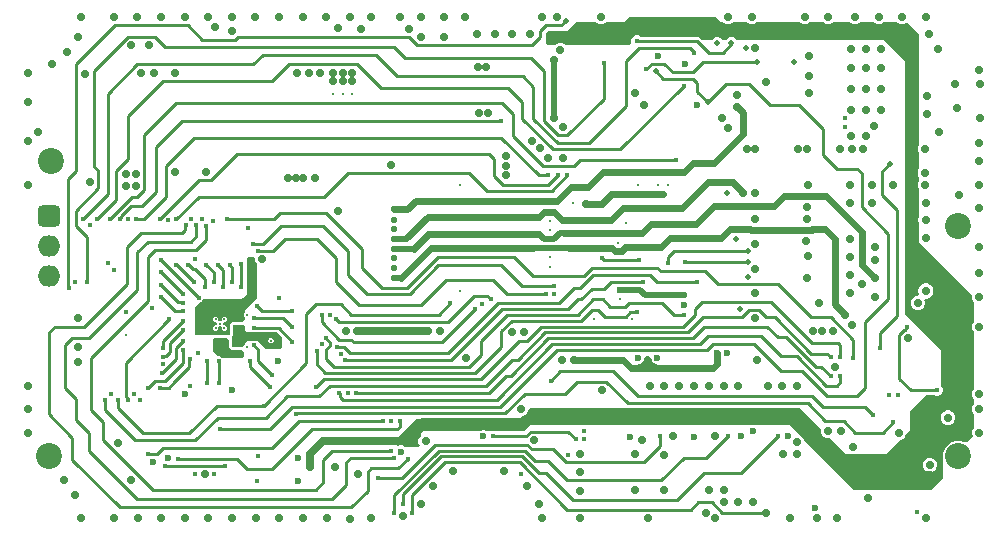
<source format=gbr>
%TF.GenerationSoftware,Altium Limited,Altium Designer,22.6.1 (34)*%
G04 Layer_Physical_Order=3*
G04 Layer_Color=3326705*
%FSLAX45Y45*%
%MOMM*%
%TF.SameCoordinates,07F994AE-BB1C-4BEA-A643-928B9DFDCC76*%
%TF.FilePolarity,Positive*%
%TF.FileFunction,Copper,L3,Inr,Signal*%
%TF.Part,Single*%
G01*
G75*
%TA.AperFunction,Conductor*%
%ADD15C,0.40000*%
%ADD16C,0.70000*%
%ADD17C,0.60000*%
%ADD18C,0.45000*%
%ADD19C,0.25000*%
%ADD20C,0.50000*%
%ADD69C,0.55000*%
%TA.AperFunction,ComponentPad*%
%ADD72O,1.90000X1.80000*%
G04:AMPARAMS|DCode=73|XSize=1.8mm|YSize=1.9mm|CornerRadius=0.36mm|HoleSize=0mm|Usage=FLASHONLY|Rotation=270.000|XOffset=0mm|YOffset=0mm|HoleType=Round|Shape=RoundedRectangle|*
%AMROUNDEDRECTD73*
21,1,1.80000,1.18000,0,0,270.0*
21,1,1.08000,1.90000,0,0,270.0*
1,1,0.72000,-0.59000,-0.54000*
1,1,0.72000,-0.59000,0.54000*
1,1,0.72000,0.59000,0.54000*
1,1,0.72000,0.59000,-0.54000*
%
%ADD73ROUNDEDRECTD73*%
%TA.AperFunction,WasherPad*%
%ADD74C,2.20000*%
%TA.AperFunction,ViaPad*%
%ADD75C,0.60000*%
%ADD76C,0.70000*%
%ADD78C,0.45000*%
%ADD79C,0.50000*%
%ADD80C,0.56000*%
%ADD81C,0.25000*%
%ADD83C,0.20000*%
%ADD84C,0.30000*%
%ADD87C,0.22000*%
G36*
X5940000Y4280000D02*
X5960147D01*
X5966013Y4274134D01*
X5988065Y4265000D01*
X6011935D01*
X6033987Y4274134D01*
X6039853Y4280000D01*
X6160147D01*
X6166013Y4274134D01*
X6188065Y4265000D01*
X6211935D01*
X6233987Y4274134D01*
X6239853Y4280000D01*
X6610147D01*
X6616013Y4274134D01*
X6638065Y4265000D01*
X6661935D01*
X6683987Y4274134D01*
X6689853Y4280000D01*
X6810147D01*
X6816013Y4274134D01*
X6838065Y4265000D01*
X6861935D01*
X6883987Y4274134D01*
X6889853Y4280000D01*
X7035147D01*
X7041013Y4274134D01*
X7063065Y4265000D01*
X7086935D01*
X7108987Y4274134D01*
X7114853Y4280000D01*
X7235147D01*
X7241013Y4274134D01*
X7263065Y4265000D01*
X7286935D01*
X7308987Y4274134D01*
X7314853Y4280000D01*
X7435147D01*
X7441013Y4274134D01*
X7463065Y4265000D01*
X7486935D01*
X7508987Y4274134D01*
X7514853Y4280000D01*
X7520000D01*
X7620000Y4180000D01*
Y3234853D01*
X7619134Y3233987D01*
X7610000Y3211935D01*
Y3188065D01*
X7619134Y3166013D01*
X7620000Y3165147D01*
Y3041924D01*
X7617987Y3039911D01*
X7609430Y3025089D01*
X7605000Y3008557D01*
Y2991442D01*
X7609430Y2974911D01*
X7617987Y2960089D01*
X7620000Y2958076D01*
Y2934853D01*
X7619134Y2933987D01*
X7610000Y2911934D01*
Y2888065D01*
X7619134Y2866013D01*
X7620000Y2865147D01*
Y2774007D01*
X7615000Y2761935D01*
Y2738065D01*
X7620000Y2725993D01*
Y2634738D01*
X7614429Y2625089D01*
X7610000Y2608558D01*
Y2591443D01*
X7614429Y2574911D01*
X7620000Y2565262D01*
Y2474007D01*
X7615000Y2461935D01*
Y2438065D01*
X7620000Y2425993D01*
Y2420000D01*
X8068827Y1971173D01*
X8065000Y1961935D01*
Y1938065D01*
X8074134Y1916013D01*
X8080000Y1910147D01*
Y1739853D01*
X8074134Y1733987D01*
X8065000Y1711935D01*
Y1688065D01*
X8074134Y1666013D01*
X8080000Y1660147D01*
Y1164853D01*
X8074134Y1158987D01*
X8065000Y1136935D01*
Y1113065D01*
X8074134Y1091013D01*
X8080000Y1085147D01*
Y1039853D01*
X8074134Y1033987D01*
X8065000Y1011935D01*
Y988065D01*
X8074134Y966013D01*
X8080000Y960147D01*
Y839853D01*
X8074134Y833987D01*
X8065000Y811935D01*
Y788065D01*
X8071756Y771756D01*
X8019999Y720000D01*
X8002146D01*
X8000175Y721138D01*
X7967112Y729997D01*
X7932882D01*
X7899819Y721138D01*
X7870175Y704023D01*
X7845971Y679819D01*
X7828856Y650175D01*
X7819997Y617112D01*
Y582882D01*
X7820000Y582870D01*
X7820000Y420000D01*
X7720000Y320000D01*
X7067500D01*
X6645332Y742167D01*
X6638365Y758987D01*
X6621487Y775866D01*
X6604667Y782833D01*
X6525000Y862500D01*
X6235511D01*
X6223440Y867500D01*
X6201560D01*
X6189489Y862500D01*
X4801519D01*
X4789448Y867500D01*
X4770552D01*
X4758481Y862500D01*
X4322500D01*
X4280000Y819999D01*
X3953012D01*
X3940940Y825000D01*
X3919060D01*
X3906988Y819999D01*
X3420000Y820000D01*
X3400000Y800000D01*
Y774853D01*
X3389134Y763987D01*
X3380000Y741935D01*
Y718065D01*
X3389134Y696013D01*
X3392574Y692573D01*
X3380000Y680000D01*
X3267781D01*
X3261155Y686627D01*
X3240940Y695000D01*
X3219060D01*
X3209118Y690882D01*
X3200000Y700000D01*
Y760000D01*
X3360000Y920000D01*
X4240000D01*
X4260000Y940000D01*
X4261935D01*
X4283987Y949134D01*
X4300865Y966013D01*
X4310000Y988065D01*
Y990000D01*
X4332500Y1012500D01*
X6607500D01*
X6790000Y830000D01*
Y808065D01*
X6799134Y786013D01*
X6816013Y769134D01*
X6838065Y760000D01*
X6860000D01*
X7000000Y620000D01*
X7340000D01*
X7460000Y740000D01*
X7461935D01*
X7483987Y749134D01*
X7500866Y766013D01*
X7510000Y788065D01*
Y790000D01*
X7540000Y820000D01*
X7540000Y980000D01*
X7680000Y1120000D01*
X7742825D01*
X7743093Y1119732D01*
X7760552Y1112500D01*
X7779448D01*
X7796906Y1119732D01*
X7810268Y1133093D01*
X7817500Y1150552D01*
Y1169448D01*
X7810268Y1186906D01*
X7800000Y1197175D01*
Y1500000D01*
X7495000Y1805000D01*
X7495000Y3950000D01*
X7320000Y4125000D01*
X6073764Y4125000D01*
X6072388Y4128323D01*
X6058323Y4142388D01*
X6039946Y4150000D01*
X6020054D01*
X6001677Y4142388D01*
X5987612Y4128323D01*
X5986235Y4125000D01*
X5953765D01*
X5952388Y4128323D01*
X5938323Y4142388D01*
X5919946Y4150000D01*
X5900054D01*
X5881677Y4142388D01*
X5867612Y4128323D01*
X5866236Y4125000D01*
X5781862D01*
X5763431Y4143431D01*
X5752681Y4150614D01*
X5740000Y4153136D01*
X5264038D01*
X5256906Y4160268D01*
X5239448Y4167500D01*
X5220552D01*
X5203093Y4160268D01*
X5189732Y4146906D01*
X5182500Y4129448D01*
Y4110552D01*
X5184858Y4104858D01*
X5160000Y4080000D01*
X4624853D01*
X4613987Y4090866D01*
X4591935Y4100000D01*
X4568065D01*
X4546013Y4090866D01*
X4535147Y4080000D01*
X4480000D01*
X4460000Y4100000D01*
Y4180000D01*
X4480000Y4200000D01*
X4640000D01*
X4720000Y4280000D01*
X4885147D01*
X4891013Y4274134D01*
X4913065Y4265000D01*
X4936935D01*
X4958987Y4274134D01*
X4964853Y4280000D01*
X5120000D01*
X5160000Y4320000D01*
X5900000D01*
X5940000Y4280000D01*
D02*
G37*
G36*
X1990006Y2290000D02*
X2000000Y2280940D01*
Y2259060D01*
X2008373Y2238845D01*
X2012500Y2234719D01*
Y1937501D01*
X1912499Y1837500D01*
Y1819176D01*
X1912254Y1819075D01*
X1905925Y1812745D01*
X1902499Y1804476D01*
Y1795525D01*
X1905925Y1787255D01*
X1912254Y1780926D01*
X1912499Y1780824D01*
Y1762500D01*
X1887499Y1737500D01*
X1799999D01*
X1787499Y1725000D01*
Y1637500D01*
X1774999Y1625000D01*
X1500000D01*
X1487499Y1637500D01*
Y1862500D01*
X1530464Y1905465D01*
X1540275Y1909529D01*
X1550121Y1919374D01*
X1554185Y1929186D01*
X1562499Y1937500D01*
X1887499D01*
X1924999Y1975000D01*
Y2274999D01*
X1940000Y2290000D01*
X1990006Y2290000D01*
D02*
G37*
G36*
X1912499Y1700000D02*
Y1662500D01*
X1924999Y1650000D01*
X2183138D01*
X2225000Y1608138D01*
Y1525000D01*
X2212500Y1512500D01*
X2087500D01*
X2025000Y1575000D01*
X1996014D01*
X1990461Y1577300D01*
X1976538D01*
X1970985Y1575000D01*
X1924999D01*
X1912499Y1562500D01*
Y1550000D01*
X1887499Y1525000D01*
X1812500D01*
X1799999Y1537500D01*
Y1621162D01*
X1801919Y1623081D01*
X1806339Y1629697D01*
X1807891Y1637500D01*
Y1707892D01*
X1812499Y1712500D01*
X1900000D01*
X1912499Y1700000D01*
D02*
G37*
G36*
X1774999Y1587500D02*
Y1525000D01*
X1799999Y1500000D01*
X1887500D01*
X1900000Y1487500D01*
Y1450000D01*
X1887499Y1437500D01*
X1711997D01*
X1707325Y1442172D01*
X1694461Y1447500D01*
X1680537D01*
X1678389Y1446610D01*
X1637499Y1487500D01*
Y1587500D01*
X1649999Y1600000D01*
X1762499D01*
X1774999Y1587500D01*
D02*
G37*
%LPC*%
G36*
X7683557Y2065000D02*
X7666442D01*
X7649910Y2060570D01*
X7635089Y2052013D01*
X7622987Y2039911D01*
X7614429Y2025089D01*
X7610000Y2008558D01*
Y1991443D01*
X7614429Y1974911D01*
X7615706Y1972700D01*
X7608373Y1960000D01*
X7595565D01*
X7573513Y1950866D01*
X7556634Y1933987D01*
X7547500Y1911935D01*
Y1888065D01*
X7556634Y1866013D01*
X7573513Y1849134D01*
X7595565Y1840000D01*
X7619435D01*
X7641487Y1849134D01*
X7658365Y1866013D01*
X7667500Y1888065D01*
Y1911935D01*
X7663011Y1922772D01*
X7663742Y1925378D01*
X7671692Y1935000D01*
X7683557D01*
X7700088Y1939430D01*
X7714910Y1947987D01*
X7727012Y1960090D01*
X7735569Y1974911D01*
X7739999Y1991443D01*
Y2008558D01*
X7735569Y2025089D01*
X7727012Y2039911D01*
X7714910Y2052013D01*
X7700088Y2060570D01*
X7683557Y2065000D01*
D02*
G37*
G36*
X7871935Y990000D02*
X7848065D01*
X7826013Y980865D01*
X7809134Y963987D01*
X7800000Y941935D01*
Y918065D01*
X7809134Y896013D01*
X7826013Y879134D01*
X7848065Y870000D01*
X7871935D01*
X7893987Y879134D01*
X7910866Y896013D01*
X7920000Y918065D01*
Y941935D01*
X7910866Y963987D01*
X7893987Y980865D01*
X7871935Y990000D01*
D02*
G37*
G36*
X7721935Y590000D02*
X7698065D01*
X7676013Y580865D01*
X7659135Y563987D01*
X7650000Y541935D01*
Y518065D01*
X7659135Y496013D01*
X7676013Y479134D01*
X7698065Y470000D01*
X7721935D01*
X7743987Y479134D01*
X7760866Y496013D01*
X7770000Y518065D01*
Y541935D01*
X7760866Y563987D01*
X7743987Y580865D01*
X7721935Y590000D01*
D02*
G37*
G36*
X1741975Y1785000D02*
X1733024D01*
X1724754Y1781575D01*
X1718425Y1775245D01*
X1714999Y1766976D01*
Y1758025D01*
X1715568Y1756652D01*
X1705848Y1746931D01*
X1704475Y1747500D01*
X1695524D01*
X1694151Y1746931D01*
X1684431Y1756652D01*
X1684999Y1758025D01*
Y1766976D01*
X1681574Y1775245D01*
X1675245Y1781575D01*
X1666975Y1785000D01*
X1658024D01*
X1649754Y1781575D01*
X1643425Y1775245D01*
X1639999Y1766976D01*
Y1758025D01*
X1643425Y1749755D01*
X1649754Y1743426D01*
X1658024Y1740000D01*
X1666975D01*
X1668348Y1740569D01*
X1678068Y1730848D01*
X1677499Y1729476D01*
Y1720525D01*
X1678068Y1719152D01*
X1668348Y1709431D01*
X1666975Y1710000D01*
X1658024D01*
X1649754Y1706575D01*
X1643425Y1700245D01*
X1639999Y1691976D01*
Y1683025D01*
X1643425Y1674755D01*
X1649754Y1668425D01*
X1658024Y1665000D01*
X1666975D01*
X1675245Y1668425D01*
X1681574Y1674755D01*
X1684999Y1683025D01*
Y1691976D01*
X1684431Y1693348D01*
X1693442Y1702359D01*
X1706557D01*
X1715568Y1693348D01*
X1714999Y1691976D01*
Y1683025D01*
X1718425Y1674755D01*
X1724754Y1668425D01*
X1733024Y1665000D01*
X1741975D01*
X1750245Y1668425D01*
X1756574Y1674755D01*
X1760000Y1683025D01*
Y1691976D01*
X1756574Y1700245D01*
X1750245Y1706575D01*
X1741975Y1710000D01*
X1733024D01*
X1731651Y1709431D01*
X1721931Y1719152D01*
X1722499Y1720525D01*
Y1729476D01*
X1721931Y1730848D01*
X1731651Y1740569D01*
X1733024Y1740000D01*
X1741975D01*
X1750245Y1743426D01*
X1756574Y1749755D01*
X1760000Y1758025D01*
Y1766976D01*
X1756574Y1775245D01*
X1750245Y1781575D01*
X1741975Y1785000D01*
D02*
G37*
G36*
X2134476Y1602500D02*
X2125525D01*
X2117255Y1599075D01*
X2110925Y1592745D01*
X2107500Y1584475D01*
Y1575524D01*
X2110925Y1567255D01*
X2117255Y1560925D01*
X2125525Y1557500D01*
X2134476D01*
X2142745Y1560925D01*
X2149075Y1567255D01*
X2152500Y1575524D01*
Y1584475D01*
X2149075Y1592745D01*
X2142745Y1599075D01*
X2134476Y1602500D01*
D02*
G37*
%LPD*%
D15*
X1753399Y1470000D02*
X1793399D01*
X1874749Y1475457D02*
X1875706Y1476413D01*
X1798856Y1475457D02*
X1874749D01*
X1793399Y1470000D02*
X1798856Y1475457D01*
X1675956Y1547443D02*
Y1579044D01*
Y1547443D02*
X1753399Y1470000D01*
X1674999Y1580000D02*
X1675956Y1579044D01*
D16*
X2860000Y1660000D02*
X3460000D01*
X2465000Y515000D02*
Y625000D01*
X3255000Y730000D02*
X3340000D01*
X2570000D02*
X3255000D01*
X2465000Y625000D02*
X2570000Y730000D01*
X4290000Y890000D02*
X4337500Y937500D01*
X6572500D01*
X3420000Y890000D02*
X4290000D01*
X7070000Y440000D02*
X7620000D01*
X6572500Y937500D02*
X7070000Y440000D01*
X7375000Y4220000D02*
X7545000Y4050000D01*
X5332706Y4220000D02*
X7375000D01*
X5180000Y4280000D02*
X5272706D01*
X5332706Y4220000D01*
X7860000Y1030000D02*
X7938995D01*
X7730000D02*
X7860000D01*
X3340000Y810000D02*
X3420000Y890000D01*
X7620000Y440000D02*
Y920000D01*
Y440000D02*
X7710000D01*
X7938995Y1030000D02*
X7980000Y1071005D01*
Y1900000D01*
X7620000Y920000D02*
X7730000Y1030000D01*
X7545000Y2335000D02*
X7980000Y1900000D01*
X7545000Y2335000D02*
Y4050000D01*
X5050000Y4150000D02*
X5180000Y4280000D01*
X4530000Y4150000D02*
X5050000D01*
X3340000Y730000D02*
Y810000D01*
D17*
X5321670Y1413742D02*
G03*
X5320000Y1420000I-58723J-12315D01*
G01*
X5321670Y1413742D02*
G03*
X5400000Y1350000I78331J16258D01*
G01*
X5240000D02*
G03*
X5308598Y1388838I0J80000D01*
G01*
Y1388838D02*
G03*
X5319992Y1419894I-48448J35394D01*
G01*
X3276026Y2446875D02*
X3456651Y2627500D01*
X4403750D02*
X4444375Y2668125D01*
X3456651Y2627500D02*
X4403750D01*
X3461250Y2481250D02*
X4403750D01*
X3339375Y2359375D02*
X3461250Y2481250D01*
X3233750Y2107500D02*
X3488906Y2362656D01*
X4351718D01*
X6617978Y2517000D02*
X6620478Y2519500D01*
X6708522D01*
X6191478Y2517000D02*
X6617978D01*
X6183479Y2525000D02*
X6191478Y2517000D01*
X6708522Y2519500D02*
X6714021Y2525000D01*
X5940000Y2450000D02*
X6015000Y2525000D01*
X6714021D02*
X6820000D01*
X6015000D02*
X6183479D01*
X6820000D02*
X6907500Y2437500D01*
X5883444Y3085000D02*
X6130000Y3331556D01*
X5705000Y3085000D02*
X5883444D01*
X6130000Y3331556D02*
Y3510000D01*
X6081913Y3558087D02*
X6130000Y3510000D01*
X5831376Y2920000D02*
X6040000D01*
X5611376Y2700000D02*
X5831376Y2920000D01*
X5108202Y2700000D02*
X5611376D01*
X4593750Y2600000D02*
X5008202D01*
X5108202Y2700000D01*
X4931057Y2740000D02*
X5011057Y2820000D01*
X5450000D01*
X4940983Y3010000D02*
X5630000D01*
X4810983Y2880000D02*
X4940983Y3010000D01*
X4670000Y2880000D02*
X4810983D01*
X4800000Y2740000D02*
X4931057D01*
X5630000Y3010000D02*
X5705000Y3085000D01*
X4525625Y2668125D02*
X4593750Y2600000D01*
X4444375Y2668125D02*
X4525625D01*
X4652656Y2362656D02*
X5014813D01*
X5039970Y2337500D01*
X5132531Y2370000D02*
X5430000D01*
X5039970Y2337500D02*
X5100030D01*
X5132531Y2370000D01*
X3274375Y2446875D02*
X3276026D01*
X6631478Y2805500D02*
X6708522D01*
X6709021Y2805000D01*
X6827500D02*
X7132500Y2500000D01*
X6630978Y2805000D02*
X6631478Y2805500D01*
X6709021Y2805000D02*
X6827500D01*
X6390000Y2720000D02*
X6475000Y2805000D01*
X6630978D01*
X5510000Y2450000D02*
X5940000D01*
X6040000Y2920000D02*
X6130000Y2830000D01*
X4610000Y2490000D02*
X5270000D01*
X6995000Y1800000D02*
Y1801776D01*
X6907500Y1889276D02*
Y2437500D01*
Y1889276D02*
X6995000Y1801776D01*
X7132500Y2225000D02*
X7245000Y2112500D01*
X7132500Y2225000D02*
Y2500000D01*
X5880000Y2720000D02*
X6390000D01*
X5730000Y2570000D02*
X5880000Y2720000D01*
X5270000Y2490000D02*
X5350000Y2570000D01*
X5730000D01*
X5430000Y2370000D02*
X5510000Y2450000D01*
X4555625Y2765625D02*
X4670000Y2880000D01*
X3355625Y2765625D02*
X4555625D01*
X3282500Y2692500D02*
X3355625Y2765625D01*
X5320000Y1350000D02*
X5874853D01*
X5180000D02*
X5320000D01*
Y1420000D02*
Y1420000D01*
X5319992Y1419894D02*
X5320000Y1420000D01*
Y1350000D02*
Y1420000D01*
X5910000Y1450000D02*
Y1480000D01*
X5110000Y1420000D02*
X5180000Y1350000D01*
X4700000Y1420000D02*
X5110000D01*
X5910000Y1385147D02*
Y1450000D01*
X5874853Y1350000D02*
X5910000Y1385147D01*
X3168750Y2692500D02*
X3282500D01*
D18*
X1862499Y1614750D02*
X2068549D01*
X2091299Y1637500D01*
X2153817D01*
X2156317Y1635000D02*
X2165000D01*
X2153817Y1637500D02*
X2156317Y1635000D01*
X2197500Y1580000D02*
Y1602500D01*
X2165000Y1635000D02*
X2197500Y1602500D01*
D19*
X4628683Y550000D02*
X5287500D01*
X5425000Y687500D02*
Y775000D01*
X5287500Y550000D02*
X5425000Y687500D01*
X1450000Y2420000D02*
X1497402Y2467401D01*
Y2560735D01*
X4020000Y2973934D02*
X4093934Y2900000D01*
X3980000Y3160000D02*
X4020000Y3120000D01*
Y2973934D02*
Y3120000D01*
X1840000Y3160000D02*
X3980000D01*
X4093934Y2900000D02*
X4478683D01*
X4559341Y2980658D01*
X5135000Y1780000D02*
X5174754Y1819754D01*
X5223661D01*
X5226531Y1822624D01*
X5005000Y1865000D02*
X5125943D01*
X5160943Y1900000D02*
X5443932D01*
X5125943Y1865000D02*
X5160943Y1900000D01*
X4960000Y1780000D02*
X5135000D01*
X5915000Y2060000D02*
X6420000D01*
X5805000Y2170000D02*
X5915000Y2060000D01*
X5430000Y2170000D02*
X5805000D01*
X2342870Y962870D02*
X2353477D01*
X2355073Y964467D02*
X4115472D01*
X4281005Y1130000D01*
X2340000Y960000D02*
X2342870Y962870D01*
X2353477D02*
X2355073Y964467D01*
X3627194Y1737194D02*
X3851250Y1961250D01*
X2683502Y1760000D02*
X2706309Y1737194D01*
X2681235Y1760000D02*
X2683502D01*
X2706309Y1737194D02*
X3627194D01*
X4433505Y3057500D02*
X4692965D01*
X4745465Y3110000D02*
X5560000D01*
X4692965Y3057500D02*
X4745465Y3110000D01*
X7307500Y2812500D02*
Y3016326D01*
X7370000Y3078826D01*
X5985877Y3755000D02*
X6175000D01*
X6355000Y3575000D01*
X6605000D01*
X5828520Y3597644D02*
X5985877Y3755000D01*
X2941790Y1977500D02*
X3304460D01*
X2780000Y2139290D02*
X2941790Y1977500D01*
X3304460D02*
X3548210Y2221250D01*
X3283750Y2027500D02*
X3542500Y2286250D01*
X2900000Y2200000D02*
X3072500Y2027500D01*
X3283750D01*
X2880000Y1880000D02*
X3404375D01*
X2680000Y2080000D02*
X2880000Y1880000D01*
X3404375D02*
X3615625Y2091250D01*
X1060000Y3320000D02*
X1330000Y3590000D01*
X4090000D02*
X4180000Y3500000D01*
X1330000Y3590000D02*
X4090000D01*
X1204997Y1240000D02*
X1235000D01*
X1387499Y1392499D02*
Y1500000D01*
X1150000Y1240000D02*
X1204997D01*
X1235000D02*
X1387499Y1392499D01*
X1205000Y1305000D02*
X1324999Y1424999D01*
Y1518750D01*
X1090000Y1180000D02*
X1150000Y1240000D01*
X1218692Y1448692D02*
X1246161D01*
X1215000Y1445000D02*
X1218692Y1448692D01*
X1246161D02*
X1280000Y1482531D01*
Y1561251D01*
X1387499Y1668750D01*
X1324999Y1518750D02*
X1387499Y1581250D01*
X6700000Y1780000D02*
X6870000D01*
X7060000Y1432500D02*
Y1590000D01*
X6870000Y1780000D02*
X7060000Y1590000D01*
X7357500Y1937500D02*
Y2487500D01*
X7160000Y1740000D02*
X7357500Y1937500D01*
X7132500Y2712500D02*
X7357500Y2487500D01*
X7432500Y1792500D02*
Y2687500D01*
X7307500Y2812500D02*
X7432500Y2687500D01*
X7289341Y1649341D02*
X7432500Y1792500D01*
X7132500Y2712500D02*
Y3000000D01*
X6920000Y3037500D02*
X7095000D01*
X6807500Y3150000D02*
X6920000Y3037500D01*
X7095000D02*
X7132500Y3000000D01*
X6605000Y3575000D02*
X6807500Y3372500D01*
Y3150000D02*
Y3372500D01*
X1309981Y1229981D02*
X1439923Y1359923D01*
X1263827Y1183827D02*
X1309981Y1229981D01*
X1193827Y1183827D02*
X1263827D01*
X1439923Y1359923D02*
Y1421173D01*
X1190000Y1180000D02*
X1193827Y1183827D01*
X1439923Y1421173D02*
X1443749Y1425000D01*
X250000Y960000D02*
Y1650000D01*
Y960000D02*
X450000Y760000D01*
Y570000D02*
Y760000D01*
X6675000Y1050000D02*
X6825000Y900000D01*
X6978994D02*
X7078994Y800000D01*
X6825000Y900000D02*
X6978994D01*
X7078994Y800000D02*
X7310000D01*
X7400000Y890000D01*
X6805000Y1020000D02*
X7160000D01*
X6712500Y1112500D02*
X6805000Y1020000D01*
X7160000D02*
X7230000Y950000D01*
X7452436Y1257564D02*
Y1631440D01*
Y1257564D02*
X7550000Y1160000D01*
X7770000D01*
X7289341Y1520658D02*
Y1649341D01*
X7160000Y1180000D02*
Y1740000D01*
X5740000Y3686164D02*
X5828520Y3597644D01*
X5700000Y3800000D02*
X5740000Y3760000D01*
Y3686164D02*
Y3760000D01*
X5450000Y3800000D02*
X5700000D01*
X5705000Y3855000D02*
X5790000Y3940000D01*
X5530962Y3855000D02*
X5705000D01*
X5790000Y3940000D02*
X6250000D01*
X5460962Y3925000D02*
X5530962Y3855000D01*
X5355000Y3925000D02*
X5460962D01*
X5140000Y3570000D02*
Y3950000D01*
X4820000Y3250000D02*
X5140000Y3570000D01*
X4720711Y3250000D02*
X4820000D01*
X6420000Y2060000D02*
X6700000Y1780000D01*
X6947270Y1227270D02*
Y1277270D01*
X6920000Y1200000D02*
X6947270Y1227270D01*
X6833211Y1200000D02*
X6920000D01*
X6583211Y1450000D02*
X6833211Y1200000D01*
X6790000Y1360000D02*
X6870000Y1280000D01*
X6743921Y1360000D02*
X6790000D01*
X6493921Y1610000D02*
X6743921Y1360000D01*
X6840000Y1470000D02*
X6870000Y1440000D01*
X6394631Y1780000D02*
X6704631Y1470000D01*
X6840000D01*
X6950000Y1440000D02*
Y1542426D01*
X6361450Y1908550D02*
X6710000Y1560000D01*
X6932426D01*
X6950000Y1542426D01*
X6840000Y1110000D02*
X7090000D01*
X6450000Y1320000D02*
X6630000D01*
X6840000Y1110000D01*
X6450000Y1450000D02*
X6583211D01*
X6280000Y1620000D02*
X6450000Y1450000D01*
X6420000Y1610000D02*
X6493921D01*
X6330000Y1700000D02*
X6420000Y1610000D01*
X5830000Y1620000D02*
X6280000D01*
X5800000Y1700000D02*
X6330000D01*
X6320000Y1780000D02*
X6394631D01*
X6260000Y1840000D02*
X6320000Y1780000D01*
X5778550Y1908550D02*
X6361450D01*
X6220000Y1550000D02*
X6450000Y1320000D01*
X5870000Y1550000D02*
X6220000D01*
X5760000Y1550000D02*
X5830000Y1620000D01*
X5700000Y1600000D02*
X5800000Y1700000D01*
X6120000Y1780000D02*
X6180000Y1840000D01*
X5790000Y1780000D02*
X6120000D01*
X5660000Y1650000D02*
X5790000Y1780000D01*
X5820001Y1500001D02*
X5870000Y1550000D01*
X4580000Y1320000D02*
X5030000D01*
X5237500Y1112500D01*
X6712500D01*
X5150000Y1050000D02*
X6675000D01*
X4970000Y1230000D02*
X5150000Y1050000D01*
X4720000Y1230000D02*
X4970000D01*
X2090000Y930000D02*
X2270000Y1110000D01*
X2540000D01*
X1680000Y930000D02*
X2090000D01*
X2070000Y1030000D02*
X2430000Y1390000D01*
Y1810000D01*
X1670000Y1030000D02*
X2070000D01*
X1490000Y740000D02*
X1680000Y930000D01*
X2120000Y830000D02*
X2310000Y1020000D01*
X1700000Y830000D02*
X2120000D01*
X980000Y740000D02*
X1490000D01*
X1440000Y800000D02*
X1670000Y1030000D01*
X1050000Y800000D02*
X1440000D01*
X840000Y1010000D02*
X1050000Y800000D01*
X730000Y990000D02*
X980000Y740000D01*
X2140000Y670000D02*
X2372500Y902500D01*
X3080000D01*
X1220000Y670000D02*
X2140000D01*
Y490000D02*
X2480000Y830000D01*
X3200000D01*
X1930000Y490000D02*
X2140000D01*
X1170000Y620000D02*
X1220000Y670000D01*
X1842500Y577500D02*
X1930000Y490000D01*
X1340000Y577500D02*
X1842500D01*
X1230000Y520000D02*
X1740000D01*
X1740000Y520000D01*
X1230000D02*
X1230000Y520000D01*
X1090000Y620000D02*
X1170000D01*
X390000Y1180000D02*
Y1540000D01*
X480000Y910000D02*
Y1090000D01*
X390000Y1180000D02*
X480000Y1090000D01*
X590000Y650000D02*
Y800000D01*
X480000Y910000D02*
X590000Y800000D01*
Y650000D02*
X1000000Y240000D01*
X610000Y990000D02*
Y1435000D01*
X710000Y740000D02*
Y890000D01*
X610000Y990000D02*
X710000Y890000D01*
X610000Y1435000D02*
X1090000Y1915000D01*
X710000Y740000D02*
X1130000Y320000D01*
X730000Y990000D02*
Y1080000D01*
X840000Y1010000D02*
Y1080000D01*
X4078750Y2221250D02*
X4257500Y2042500D01*
X4525625D01*
X3548210Y2221250D02*
X4078750D01*
X4750710Y2030000D02*
X4860710Y2140000D01*
X4570000Y1900000D02*
X4700000Y2030000D01*
X4750710D01*
X4650000Y1850000D02*
X4730000Y1930000D01*
X4760000D01*
X4850000Y2020000D01*
X4090000Y1850000D02*
X4650000D01*
X4850000Y2020000D02*
X4950000D01*
X4860710Y2140000D02*
X5340000D01*
X4050000Y1900000D02*
X4570000D01*
X4730000Y1800000D02*
X4860000Y1930000D01*
X4940000D02*
X5005000Y1865000D01*
X4860000Y1930000D02*
X4940000D01*
X5010000Y2080000D02*
X5280000D01*
X4950000Y2020000D02*
X5010000Y2080000D01*
X4900000Y1840000D02*
X4960000Y1780000D01*
X4850000Y1840000D02*
X4900000D01*
X5720000Y1850000D02*
X5778550Y1908550D01*
X5720000Y1800000D02*
Y1850000D01*
X5620000Y1700000D02*
X5720000Y1800000D01*
X4418995Y1700000D02*
X5620000D01*
X4450000Y1650000D02*
X5660000D01*
X4480000Y1600000D02*
X5700000D01*
X4510000Y1550000D02*
X5760000D01*
X4550001Y1500001D02*
X5820001D01*
X4620000Y1130000D02*
X4720000Y1230000D01*
X4281005Y1130000D02*
X4620000D01*
X4500000Y1240000D02*
X4580000Y1320000D01*
X3860000Y1310000D02*
X4080000Y1530000D01*
X2590000Y1310000D02*
X3860000D01*
X4080000Y1530000D02*
Y1660000D01*
X3910000Y1260000D02*
X4230000Y1580000D01*
X2580000Y1260000D02*
X3910000D01*
X4230000Y1580000D02*
X4298995D01*
X2630000Y1200000D02*
X3950000D01*
X4170000Y1420000D01*
X4220000D01*
X3980000Y1140000D02*
X4120000Y1280000D01*
X2850000Y1140000D02*
X3980000D01*
X4120000Y1280000D02*
X4160000D01*
X4220000Y1420000D02*
X4450000Y1650000D01*
X4160000Y1280000D02*
X4480000Y1600000D01*
X2800000Y1480000D02*
X3630000D01*
X4050000Y1900000D01*
X3910000Y1580000D02*
X4130000Y1800000D01*
X3808995Y1360000D02*
X3910000Y1461005D01*
Y1580000D01*
X4080000Y1660000D02*
X4170000Y1750000D01*
X4042500Y1082500D02*
X4510000Y1550000D01*
X2738107Y1082500D02*
X4042500D01*
X4298995Y1580000D02*
X4418995Y1700000D01*
X4070000Y1020000D02*
X4550001Y1500001D01*
X2310000Y1020000D02*
X4070000D01*
X1000000Y240000D02*
X2650000D01*
X2770000Y360000D02*
Y550000D01*
X2650000Y240000D02*
X2770000Y360000D01*
Y550000D02*
X2805199Y585199D01*
X2980000Y500000D02*
X3210000D01*
X2950000Y470000D02*
X2980000Y500000D01*
X3210000D02*
X3290000Y580000D01*
X2810000Y170000D02*
X2950000Y310000D01*
Y470000D01*
X850001Y170000D02*
X2810000D01*
X2570000Y380000D02*
Y570000D01*
X2650000Y650000D01*
X2510000Y320000D02*
X2570000Y380000D01*
X450000Y570000D02*
X850001Y170000D01*
X1130000Y320000D02*
X2510000D01*
X390000Y1540000D02*
X450000Y1600000D01*
X250000Y1650000D02*
X300000Y1700000D01*
X450000Y1600000D02*
X590000D01*
X300000Y1700000D02*
X550000D01*
X590000Y1600000D02*
X1000000Y2010000D01*
Y2330000D01*
X1090000Y2420000D02*
X1450000D01*
X1000000Y2330000D02*
X1090000Y2420000D01*
X910000Y2060000D02*
Y2370000D01*
X550000Y1700000D02*
X910000Y2060000D01*
Y2370000D02*
X1030000Y2490000D01*
X1380000D01*
X1407130Y2517130D01*
X1150000Y2350000D02*
X1500000D01*
X1580000Y2430000D01*
X1090000Y2290000D02*
X1150000Y2350000D01*
X1090000Y1915000D02*
Y2290000D01*
X2540000Y1110000D02*
X2630000Y1200000D01*
X2600000Y1421715D02*
X2661715Y1360000D01*
X3808995D01*
X2600000Y1421715D02*
Y1508683D01*
Y1597175D02*
X2630000Y1567175D01*
Y1538683D02*
Y1567175D01*
X2600000Y1508683D02*
X2630000Y1538683D01*
X3550000Y1800000D02*
X3650000Y1900000D01*
X2810000Y1800000D02*
X3550000D01*
X2720000Y1890000D02*
X2810000Y1800000D01*
X3615625Y2091250D02*
X4013750D01*
X4127500Y1977500D01*
X3542500Y2286250D02*
X4192500D01*
X4346875Y2131875D01*
X2565000Y1735000D02*
Y1800101D01*
Y1735000D02*
X2710000Y1590000D01*
X2810000D01*
X2830000Y1570000D01*
X3580000D01*
X2595000Y2665000D02*
X2900000Y2360000D01*
X2155000Y2610000D02*
X2210000Y2665000D01*
X2595000D01*
X2067500Y2397500D02*
X2220000Y2550000D01*
X2570000D02*
X2780000Y2340000D01*
X2220000Y2550000D02*
X2570000D01*
X1975000Y2397500D02*
X2067500D01*
X1755000Y2610000D02*
X2155000D01*
X1407130Y2517130D02*
Y2557130D01*
X1410000Y2560000D01*
X2250000Y2440000D02*
X2520000D01*
X2020000Y2340000D02*
X2150000D01*
X2250000Y2440000D01*
X2020000Y2340000D02*
X2020000Y2340000D01*
X5090000Y3200000D02*
X5630000Y3740000D01*
X4520000Y3200000D02*
X5090000D01*
X4260000Y3460000D02*
X4520000Y3200000D01*
X4950000Y3630000D02*
Y3930000D01*
X4640000Y3320000D02*
X4950000Y3630000D01*
X4561006Y3320000D02*
X4640000D01*
X670000Y2870000D02*
Y3020000D01*
X630000Y3060000D02*
Y3860000D01*
Y3060000D02*
X670000Y3020000D01*
X480000Y3020000D02*
Y3920000D01*
X410000Y2044059D02*
Y2950000D01*
X480000Y3020000D01*
X410000Y2044059D02*
X425000Y2029059D01*
Y2025000D02*
Y2029059D01*
X482501Y2547499D02*
X575000Y2455000D01*
Y2075000D02*
Y2455000D01*
X482501Y2547499D02*
Y2682501D01*
X920000Y3120000D02*
Y3480000D01*
X820000Y3020000D02*
X920000Y3120000D01*
X820000Y2770000D02*
Y3020000D01*
X920000Y3480000D02*
X1220000Y3780000D01*
X482501Y2682501D02*
X670000Y2870000D01*
X630000Y3860000D02*
X920000Y4150000D01*
X1150000D01*
X1230000Y4070000D01*
X3170000D01*
X810000Y4250000D02*
X1430000D01*
X1550000Y4130000D01*
X480000Y3920000D02*
X810000Y4250000D01*
X1000000Y3920000D02*
X1980000D01*
X2060000Y4000000D01*
X750000Y3670000D02*
X1000000Y3920000D01*
X1550000Y4130000D02*
X1830000D01*
X1850000Y4150000D01*
X3300000D02*
X3370000Y4080000D01*
X1850000Y4150000D02*
X3300000D01*
X4262426Y3820000D02*
X4350000Y3732426D01*
X3200000Y3820000D02*
X4262426D01*
X3020000Y4000000D02*
X3200000Y3820000D01*
X2060000Y4000000D02*
X3020000D01*
X3270000Y3970000D02*
X4330000D01*
X3170000Y4070000D02*
X3270000Y3970000D01*
X2140000Y3780000D02*
X2280000Y3920000D01*
X2860000D02*
X3060000Y3720000D01*
X2280000Y3920000D02*
X2860000D01*
X3060000Y3720000D02*
X4140000D01*
X750000Y2820000D02*
Y3670000D01*
X1220000Y3780000D02*
X2140000D01*
X1160000Y3220000D02*
X1380000Y3440000D01*
X1160000Y2840000D02*
Y3220000D01*
X1380000Y3440000D02*
X4080000D01*
X1040000Y2720000D02*
X1160000Y2840000D01*
X862500Y2633817D02*
X948683Y2720000D01*
X1040000D01*
X1052870Y2612870D02*
X1240000Y2800000D01*
X992870Y2612870D02*
X1052870D01*
X1240000Y2800000D02*
Y3060000D01*
X812501Y2654527D02*
X957974Y2800000D01*
X1000000D01*
X1060000Y2860000D01*
Y3320000D01*
X1240000Y3060000D02*
X1480000Y3300000D01*
X4080000D01*
X4396182Y2983818D01*
X1620000Y2940000D02*
X1840000Y3160000D01*
X1518684Y2940000D02*
X1620000D01*
X1190000Y2611316D02*
X1518684Y2940000D01*
X1190000Y2610000D02*
Y2611316D01*
X2900000Y2200000D02*
Y2360000D01*
X2780000Y2139290D02*
Y2340000D01*
X2680000Y2080000D02*
Y2280000D01*
X2520000Y2440000D02*
X2680000Y2280000D01*
X1520000Y2800000D02*
X2580000D01*
X2780000Y3000000D02*
X3810000D01*
X2580000Y2800000D02*
X2780000Y3000000D01*
X1330000Y2610000D02*
X1520000Y2800000D01*
X3810000Y3000000D02*
X3960000Y2850000D01*
X4260000Y3460000D02*
Y3600000D01*
X4140000Y3720000D02*
X4260000Y3600000D01*
X4440000Y3441006D02*
X4561006Y3320000D01*
X4440000Y3441006D02*
Y3860000D01*
X4410000Y4150000D02*
Y4200000D01*
X3370000Y4080000D02*
X4340000D01*
X4410000Y4150000D01*
X4330000Y3970000D02*
X4440000Y3860000D01*
X4350000Y3460296D02*
Y3732426D01*
Y3460296D02*
X4560296Y3250000D01*
X4180000Y3311005D02*
X4433505Y3057500D01*
X4180000Y3311005D02*
Y3500000D01*
X4592500Y586183D02*
X4628683Y550000D01*
X5800000Y462500D02*
X6112500D01*
X6425000Y775000D01*
X5567500Y230000D02*
X5800000Y462500D01*
X4690000Y230000D02*
X5567500D01*
X4640000Y400000D02*
X5437500D01*
X5625000Y587500D02*
X5812500D01*
X5437500Y400000D02*
X5625000Y587500D01*
X5812500D02*
X6000000Y775000D01*
X5687500Y150000D02*
X5750000Y212500D01*
X4638874Y150000D02*
X5687500D01*
X5750000Y212500D02*
X5863505D01*
X5951005Y125000D01*
X4238874Y550000D02*
X4638874Y150000D01*
X4370295Y560000D02*
X4480000D01*
X4640000Y400000D01*
X4460000Y460000D02*
X4690000Y230000D01*
X4259584Y600000D02*
X4399584Y460000D01*
X4460000D01*
X4280295Y650000D02*
X4370295Y560000D01*
X4520000Y660000D02*
X4592500Y587500D01*
Y586183D02*
Y587500D01*
X4341005Y660000D02*
X4520000D01*
X4301005Y700000D02*
X4341005Y660000D01*
X7493441Y1672446D02*
X7494926D01*
X7519980Y1697500D02*
X7520000D01*
X7494926Y1672446D02*
X7519980Y1697500D01*
X7452436Y1631440D02*
X7493441Y1672446D01*
X4460000Y4250000D02*
X4589401D01*
X4410000Y4200000D02*
X4460000Y4250000D01*
X4589401D02*
X4629614Y4290213D01*
X3960000Y2850000D02*
X4510000D01*
X4640000Y2980000D01*
X5492870Y2292870D02*
X5540000Y2340000D01*
X6170000D01*
X5492870Y2242870D02*
Y2292870D01*
X5546802Y1797130D02*
X5627130D01*
X5630000Y1800000D01*
X5443932Y1900000D02*
X5546802Y1797130D01*
X5490000Y2240000D02*
X5492870Y2242870D01*
X5640000Y2250000D02*
X6170000D01*
X6947270Y1277270D02*
X6950000Y1280000D01*
X7090000Y1110000D02*
X7160000Y1180000D01*
X6180000Y1840000D02*
X6260000D01*
X4760000Y1750000D02*
X4850000Y1840000D01*
X4170000Y1750000D02*
X4760000D01*
X4130000Y1800000D02*
X4730000D01*
X4346875Y2131875D02*
X4781875D01*
X4127500Y1977500D02*
X4460625D01*
X4396182Y2983818D02*
X4476182D01*
X4478683Y2981317D01*
X5400000Y2080000D02*
X5740000D01*
X5340000Y2140000D02*
X5400000Y2080000D01*
Y2200000D02*
X5430000Y2170000D01*
X4934059Y2280000D02*
X4954059Y2260000D01*
X4930000Y2280000D02*
X4934059D01*
X4954059Y2260000D02*
X5250000D01*
X4850000Y2200000D02*
X5400000D01*
X4781875Y2131875D02*
X4850000Y2200000D01*
X4560296Y3250000D02*
X4720710D01*
X4720711Y3250000D01*
X5955412Y4020000D02*
X6030000Y4094588D01*
X5840000Y4020000D02*
X5955412D01*
X5740000Y4120000D02*
X5840000Y4020000D01*
X5230000Y4120000D02*
X5740000D01*
X5248787Y4058787D02*
X5675273D01*
X5140000Y3950000D02*
X5248787Y4058787D01*
X5675273D02*
X5710000Y4024059D01*
X5390000Y3860000D02*
X5450000Y3800000D01*
X5310000Y3880000D02*
X5355000Y3925000D01*
X6030000Y4094588D02*
Y4100000D01*
X5710000Y4020000D02*
Y4024059D01*
X2690000Y1530000D02*
X2692500Y1527500D01*
X2752500D02*
X2800000Y1480000D01*
X2692500Y1527500D02*
X2752500D01*
X2510000Y1190000D02*
X2580000Y1260000D01*
X2762500Y1417500D02*
X3657500D01*
X2760689Y1419311D02*
X2762500Y1417500D01*
X2600000Y1597175D02*
Y1601235D01*
X3657500Y1417500D02*
X4090000Y1850000D01*
X2520000Y1380000D02*
X2590000Y1310000D01*
X2520000Y1380000D02*
Y1490000D01*
X2430000Y1810000D02*
X2510000Y1890000D01*
X1983499Y1542300D02*
X2024449Y1501350D01*
Y1405551D02*
Y1501350D01*
Y1405551D02*
X2140000Y1290000D01*
X1986649Y1687200D02*
X2192800D01*
X2194997Y1685003D01*
X2310000Y1570000D01*
X2194997Y1775400D02*
X2234600D01*
X2310000Y1700000D01*
X1986649Y1775400D02*
X2194997D01*
X1200000Y2260000D02*
X1520449Y1939551D01*
Y1939200D02*
Y1939551D01*
X2194997Y1830000D02*
X2310000D01*
X2012499Y1875000D02*
X2057500Y1830000D01*
X2194997D01*
X1949999Y1360001D02*
X2080019Y1229981D01*
X2120000Y1190000D01*
X1949999Y1360001D02*
Y1412500D01*
X1588750Y1226250D02*
Y1229981D01*
Y1411250D01*
X1587499Y1412500D02*
X1588750Y1411250D01*
Y1226250D02*
X1590000Y1225000D01*
X1688750Y1229981D02*
Y1411250D01*
Y1226250D02*
Y1229981D01*
Y1226250D02*
X1690000Y1225000D01*
X1687499Y1412500D02*
X1688750Y1411250D01*
X1215000Y1577500D02*
X1387499Y1750000D01*
X1215000Y1515000D02*
Y1577500D01*
X1200000Y2160000D02*
X1202500D01*
X1204997Y2157502D01*
X1387499Y1975000D01*
X1333144Y2219981D02*
X1478125Y2075000D01*
X1328125Y2225000D02*
X1333144Y2219981D01*
X1325000Y2225000D02*
X1328125D01*
X1478125Y2075000D02*
X1481250D01*
X1491265Y2188735D02*
X1574999Y2105001D01*
X1435431Y2219981D02*
X1466677Y2188735D01*
X1430412Y2225000D02*
X1435431Y2219981D01*
X1466677Y2188735D02*
X1491265D01*
X1425000Y2225000D02*
X1430412D01*
X1204997Y2045003D02*
X1346173Y1903827D01*
X1200000Y2050000D02*
X1204997Y2045003D01*
X1346173Y1903827D02*
X1383673D01*
X1200000Y1950000D02*
X1204997Y1945003D01*
X1318750Y1831250D01*
X1387499D01*
X1383673Y1903827D02*
X1387499Y1900000D01*
X1646882Y2078118D02*
Y2158118D01*
Y2078118D02*
X1649999Y2075000D01*
X1579999Y2225000D02*
X1646882Y2158118D01*
X1779999Y2219588D02*
Y2219981D01*
Y2225000D01*
X1799999Y2075000D02*
Y2199588D01*
X1779999Y2219588D02*
X1799999Y2199588D01*
X1877500Y2219981D02*
Y2227500D01*
Y2033751D02*
Y2219981D01*
X1874999Y2031250D02*
X1877500Y2033751D01*
Y2227500D02*
X1880000Y2230000D01*
X1725000Y2031250D02*
Y2180000D01*
X1724999Y2031250D02*
X1725000Y2031250D01*
X1574999Y2031250D02*
Y2105001D01*
X4291005Y770000D02*
X4331005Y810000D01*
X4650000D01*
X4010000Y770000D02*
X4291005D01*
X4650000Y810000D02*
X4710000Y750000D01*
X3325000Y273995D02*
X3601005Y550000D01*
X4238874D01*
X3520000Y700000D02*
X4301005D01*
X3240000Y420000D02*
X3520000Y700000D01*
X3570710Y600000D02*
X4259584D01*
X3252870Y282160D02*
X3570710Y600000D01*
X2650000Y650000D02*
X3150000D01*
X2805199Y585199D02*
X3175199D01*
X2712870Y1107737D02*
X2738107Y1082500D01*
X2712870Y1107737D02*
Y1137130D01*
X540000Y2610000D02*
X750000Y2820000D01*
X660000Y2610000D02*
X820000Y2770000D01*
X812501Y2653818D02*
Y2654527D01*
X770000Y2611317D02*
X812501Y2653818D01*
X770000Y2610000D02*
Y2611317D01*
X850000Y2610000D02*
Y2614059D01*
X862500Y2626559D02*
Y2633817D01*
X850000Y2614059D02*
X862500Y2626559D01*
X990000Y2610000D02*
X992870Y2612870D01*
X900000Y1390000D02*
X1270000Y1760000D01*
X900000Y1104059D02*
Y1390000D01*
Y1104059D02*
X920000Y1084059D01*
Y1080000D02*
Y1084059D01*
X3550000Y650000D02*
X4280295D01*
X3175000Y275000D02*
X3550000Y650000D01*
X2710000Y1140000D02*
X2712870Y1137130D01*
X3958750Y1961250D02*
X3990000Y1930000D01*
X3851250Y1961250D02*
X3958750D01*
X3040000Y420000D02*
X3240000D01*
X3325000Y125000D02*
Y273995D01*
X3252870Y202870D02*
Y282160D01*
X3175000Y125000D02*
Y275000D01*
X5951005Y125000D02*
X6325000D01*
X3250000Y200000D02*
X3252870Y202870D01*
X3220000Y850000D02*
Y902500D01*
X3200000Y830000D02*
X3220000Y850000D01*
X2510000Y1890000D02*
X2720000D01*
X3580000Y1570000D02*
X3860000Y1850000D01*
X1580000Y2430000D02*
Y2550000D01*
X1679999Y2225000D02*
X1725000Y2180000D01*
D20*
X1590498Y1885499D02*
G03*
X1537499Y1832500I0J-52999D01*
G01*
X1809999Y1885000D02*
G03*
X1980000Y2055000I0J170000D01*
G01*
X4403750Y2481250D02*
X4439844Y2445156D01*
X4530156D01*
X4575000Y2490000D01*
X1970000Y2250000D02*
Y2250000D01*
Y2250000D02*
X1980000Y2240000D01*
X1590498Y1885000D02*
X1699999D01*
X1809999D01*
X1590498D02*
Y1885499D01*
X1537499Y1781250D02*
Y1832500D01*
X1536199Y1668300D02*
Y1781250D01*
X1862499Y1568750D02*
Y1614750D01*
Y1675000D01*
X1980000Y2055000D02*
Y2240000D01*
X4530000Y3470000D02*
Y3960000D01*
D69*
X3176875Y2359375D02*
X3339375D01*
X3176875Y2440625D02*
X3274375D01*
X3168750Y2107500D02*
X3233750D01*
X4351718Y2362656D02*
X4652656D01*
X4575000Y2490000D02*
X4610000D01*
X5090804Y2009196D02*
X5256059D01*
X5090000Y2010000D02*
X5090804Y2009196D01*
X5300254Y1965000D02*
X5630000D01*
X5256059Y2009196D02*
X5300254Y1965000D01*
D72*
X250000Y2385000D02*
D03*
Y2131000D02*
D03*
D73*
Y2639000D02*
D03*
D74*
X249993Y599997D02*
D03*
X7949997D02*
D03*
Y2549998D02*
D03*
X269993Y3099997D02*
D03*
D75*
X6737500Y162500D02*
D03*
X6512500Y775000D02*
D03*
X6212500Y812500D02*
D03*
X6112500Y775000D02*
D03*
X5712500Y762500D02*
D03*
X5175000D02*
D03*
X1970000Y2250000D02*
D03*
X2360000Y590000D02*
D03*
Y390000D02*
D03*
X5910000Y1480000D02*
D03*
X5240000Y1430000D02*
D03*
X5090000Y2010000D02*
D03*
X5320000Y1420000D02*
D03*
X5630000Y1965000D02*
D03*
X5410000Y3990000D02*
D03*
X5640000Y3920000D02*
D03*
X5740000Y3580000D02*
D03*
X3230000Y640000D02*
D03*
X1400000Y1125000D02*
D03*
X5450000Y2820000D02*
D03*
X3930000Y770000D02*
D03*
X1260000Y590000D02*
D03*
X1130000Y550000D02*
D03*
X2190000Y1410000D02*
D03*
X1800000Y1160000D02*
D03*
X5630000Y1880000D02*
D03*
X5400000Y1430000D02*
D03*
X5990000Y1480000D02*
D03*
D76*
X5462500Y612500D02*
D03*
X4120000Y2980000D02*
D03*
X4800000Y2740000D02*
D03*
X5950000Y3465000D02*
D03*
X6002343Y3382053D02*
D03*
X6080000Y3560000D02*
D03*
X6657500Y2425000D02*
D03*
X6230000Y2610000D02*
D03*
Y2400000D02*
D03*
X3970000Y3510000D02*
D03*
X3890000D02*
D03*
X3955000Y3900000D02*
D03*
X3885000D02*
D03*
X2700000Y4230000D02*
D03*
X2340000Y2955000D02*
D03*
X2275000D02*
D03*
X2405000D02*
D03*
X6995000Y1800000D02*
D03*
X7050000Y1710000D02*
D03*
X7245000Y2375000D02*
D03*
Y2262500D02*
D03*
X7132500Y2062500D02*
D03*
X7032500Y1987500D02*
D03*
Y2137500D02*
D03*
Y2287500D02*
D03*
Y2437500D02*
D03*
X7220000Y2900000D02*
D03*
X7232500Y3400000D02*
D03*
X7045000Y3312500D02*
D03*
X7170000D02*
D03*
X7295000Y3537500D02*
D03*
X7170000D02*
D03*
X7045000D02*
D03*
X7170000Y4050000D02*
D03*
Y3887500D02*
D03*
Y3712500D02*
D03*
X7295000D02*
D03*
Y3887500D02*
D03*
Y4050000D02*
D03*
X7045000Y3712500D02*
D03*
Y3887500D02*
D03*
Y4050000D02*
D03*
X7145000Y3200000D02*
D03*
X2860000Y1660000D02*
D03*
X2465000Y515000D02*
D03*
X3255000Y730000D02*
D03*
X6800000Y1660000D02*
D03*
X6720000D02*
D03*
X6670000Y2712500D02*
D03*
Y2612500D02*
D03*
X4410000Y3210000D02*
D03*
X4120000Y3060000D02*
D03*
X6229988Y4059992D02*
D03*
X4120000Y3140000D02*
D03*
X900000Y2887500D02*
D03*
X3150000Y3070000D02*
D03*
X4530000Y4150000D02*
D03*
X3300000Y4220000D02*
D03*
X3600000Y4150000D02*
D03*
X3400000D02*
D03*
X2890000Y4220000D02*
D03*
X560000Y3840000D02*
D03*
X1100000Y4080000D02*
D03*
X1660000Y4240000D02*
D03*
X1800000Y4200000D02*
D03*
X160000Y3350000D02*
D03*
X2820000Y3780000D02*
D03*
X2550000Y3850000D02*
D03*
X2740000D02*
D03*
X2820000D02*
D03*
X2660000D02*
D03*
X2450000D02*
D03*
X2350000D02*
D03*
X900000Y2990000D02*
D03*
X1320000Y3010000D02*
D03*
X990000Y2990000D02*
D03*
X600000Y2920000D02*
D03*
X990000Y2890000D02*
D03*
X1140000Y3850000D02*
D03*
X2500000Y2960000D02*
D03*
X4340000Y3270000D02*
D03*
X1030000Y3850000D02*
D03*
X950000Y4080000D02*
D03*
X1320000Y3850000D02*
D03*
X6910000Y1360000D02*
D03*
X5837500Y1200000D02*
D03*
X5462500D02*
D03*
X5712500D02*
D03*
X6087500D02*
D03*
X6587500D02*
D03*
X6337500D02*
D03*
X4600000Y3127500D02*
D03*
X4530000Y3470000D02*
D03*
X4600000Y3390000D02*
D03*
X4530000Y3960000D02*
D03*
X4580000Y4040000D02*
D03*
X2700000Y2680000D02*
D03*
X7670000Y3000000D02*
D03*
X8125000Y3250000D02*
D03*
Y3100000D02*
D03*
Y2900000D02*
D03*
Y2700000D02*
D03*
Y2375000D02*
D03*
Y2150000D02*
D03*
Y1950000D02*
D03*
Y1700000D02*
D03*
Y1125000D02*
D03*
Y1000000D02*
D03*
Y800000D02*
D03*
X375000Y400000D02*
D03*
X475000Y275000D02*
D03*
X8125000Y3875000D02*
D03*
X7775000Y4050000D02*
D03*
X7700000Y4175000D02*
D03*
X400000Y4025000D02*
D03*
X500000Y4150000D02*
D03*
X275000Y3925000D02*
D03*
X75000Y3275000D02*
D03*
Y3600000D02*
D03*
Y3850000D02*
D03*
Y2900000D02*
D03*
X500000Y1775000D02*
D03*
Y1525000D02*
D03*
Y1400000D02*
D03*
X75000Y1200000D02*
D03*
Y1000000D02*
D03*
Y800000D02*
D03*
X950000Y400000D02*
D03*
X3340000Y730000D02*
D03*
X4300000Y350000D02*
D03*
X5812500Y125000D02*
D03*
X6325000D02*
D03*
X2801798Y70000D02*
D03*
X526817Y76822D02*
D03*
X801817D02*
D03*
X1001817D02*
D03*
X1201817D02*
D03*
X1401817D02*
D03*
X1601817D02*
D03*
X1801817D02*
D03*
X2001817D02*
D03*
X2201817D02*
D03*
X2401817D02*
D03*
X2601817D02*
D03*
X2976817D02*
D03*
X3400000Y200000D02*
D03*
X3675000Y475000D02*
D03*
X4100000D02*
D03*
X4426817Y76822D02*
D03*
X4400000Y200000D02*
D03*
X5325000Y75000D02*
D03*
X5887500D02*
D03*
X3500000Y350000D02*
D03*
X6525000Y75000D02*
D03*
X6925000Y75000D02*
D03*
X7676817Y76822D02*
D03*
X7675000Y4325000D02*
D03*
X7475000D02*
D03*
X7275000D02*
D03*
X7075000D02*
D03*
X6850000D02*
D03*
X6650000D02*
D03*
X6200000D02*
D03*
X4925000D02*
D03*
X4550000D02*
D03*
X4325000Y4175000D02*
D03*
X4425000Y4325000D02*
D03*
X4175000Y4175000D02*
D03*
X4025000D02*
D03*
X3875000D02*
D03*
X3775000Y4325000D02*
D03*
X3600000D02*
D03*
X3400000D02*
D03*
X3225000D02*
D03*
X2975000D02*
D03*
X2800000D02*
D03*
X2600000D02*
D03*
X2400000D02*
D03*
X2200000D02*
D03*
X2000000D02*
D03*
X1800000D02*
D03*
X1600000D02*
D03*
X1400000D02*
D03*
X1200000D02*
D03*
X1000000D02*
D03*
X800000D02*
D03*
X525000D02*
D03*
X1580000Y3010000D02*
D03*
X3560000Y1660000D02*
D03*
X3460000D02*
D03*
X2055000Y2270000D02*
D03*
X4170000Y1650000D02*
D03*
X4270000D02*
D03*
X4700000Y1420000D02*
D03*
X4595000Y1415000D02*
D03*
X4480000Y3130000D02*
D03*
X2740000Y3780000D02*
D03*
X2660000D02*
D03*
X7522436Y1602446D02*
D03*
X6160000Y3200000D02*
D03*
X7960000Y2810000D02*
D03*
X6850000Y820000D02*
D03*
X6960000D02*
D03*
X7060000Y680000D02*
D03*
X7920000Y3750000D02*
D03*
X7682500Y3650000D02*
D03*
X3780000Y1430000D02*
D03*
X2770000Y1660000D02*
D03*
X4935000Y1160000D02*
D03*
X4360000Y740000D02*
D03*
X6462500Y625000D02*
D03*
X5837500Y312500D02*
D03*
X6587500Y725000D02*
D03*
X5962500Y312500D02*
D03*
X5537500Y775000D02*
D03*
X5212500Y620000D02*
D03*
X4750000D02*
D03*
Y470000D02*
D03*
Y310000D02*
D03*
Y80000D02*
D03*
X4250000Y1000000D02*
D03*
X3440000Y730000D02*
D03*
X3250000Y100000D02*
D03*
X6459987Y1199998D02*
D03*
X5962500Y1200000D02*
D03*
X5337500D02*
D03*
X5587500D02*
D03*
X7670000Y2900000D02*
D03*
Y3200000D02*
D03*
X7395000Y2900000D02*
D03*
X7674999Y2750000D02*
D03*
X6890000Y1660000D02*
D03*
X7710000Y530000D02*
D03*
X7450000Y800000D02*
D03*
X6230000Y1770000D02*
D03*
X7710000Y440000D02*
D03*
X7860000Y1030000D02*
D03*
Y930000D02*
D03*
X6250000Y1420000D02*
D03*
X7245000Y2112500D02*
D03*
X7607500Y1900000D02*
D03*
X7245000Y1950000D02*
D03*
X6130000Y2830000D02*
D03*
X840000Y710000D02*
D03*
X1570000Y450000D02*
D03*
X6230000Y2190000D02*
D03*
X6770000Y1900000D02*
D03*
X6670000Y2112500D02*
D03*
X6230000Y2830000D02*
D03*
X7220000Y2750000D02*
D03*
X7032500D02*
D03*
Y2900000D02*
D03*
X7050000Y3200000D02*
D03*
X6230000Y3200000D02*
D03*
Y1980000D02*
D03*
X5210000Y3680000D02*
D03*
X5290000Y3580000D02*
D03*
X6080000Y3660000D02*
D03*
X6590000Y3200000D02*
D03*
X6682500Y3675000D02*
D03*
X6000000Y4325000D02*
D03*
X6682500Y3987500D02*
D03*
Y3825000D02*
D03*
X7682500Y3500000D02*
D03*
X7790000Y3350000D02*
D03*
X7940000Y3550000D02*
D03*
X8130000Y3750000D02*
D03*
Y3470000D02*
D03*
X2870000Y450000D02*
D03*
X2670000Y515000D02*
D03*
X5887500Y775000D02*
D03*
X5275000Y737500D02*
D03*
X7190000Y250000D02*
D03*
X5962500Y212500D02*
D03*
X6087500D02*
D03*
X6212500D02*
D03*
X5462500Y312500D02*
D03*
X6750000Y75000D02*
D03*
X6587500Y625000D02*
D03*
X5212500Y312500D02*
D03*
X6950000Y3200000D02*
D03*
X6670000Y3200000D02*
D03*
X6320000Y3770000D02*
D03*
X6675000Y2900000D02*
D03*
Y2300000D02*
D03*
X7674999Y2000000D02*
D03*
Y2450000D02*
D03*
Y2600000D02*
D03*
D78*
X6995000Y3462500D02*
D03*
Y3387500D02*
D03*
X1875706Y1476413D02*
D03*
X5226531Y1822624D02*
D03*
X1205000Y1305000D02*
D03*
X1215000Y1445000D02*
D03*
Y1385000D02*
D03*
X1090000Y1180000D02*
D03*
X1190000D02*
D03*
X1340000Y577500D02*
D03*
X1740000Y520000D02*
D03*
X1230000D02*
D03*
X2681235Y1760000D02*
D03*
X1640000Y2590000D02*
D03*
X1755000Y2610000D02*
D03*
X1940000Y2535000D02*
D03*
X1545000Y2610000D02*
D03*
X1497402Y2560735D02*
D03*
X1410000Y2560000D02*
D03*
X1975000Y2397500D02*
D03*
X2020000Y2340000D02*
D03*
X7770000Y1160000D02*
D03*
X7520000Y1697500D02*
D03*
X5630000Y1800000D02*
D03*
X5490000Y2240000D02*
D03*
X5640000Y2250000D02*
D03*
X6870000Y1440000D02*
D03*
X6950000D02*
D03*
Y1280000D02*
D03*
X6870000D02*
D03*
X7230000Y950000D02*
D03*
X7400000Y890000D02*
D03*
X4525625Y2042500D02*
D03*
X4460625Y1977500D02*
D03*
X4478683Y2981317D02*
D03*
X4559341Y2980658D02*
D03*
X4640000Y2980000D02*
D03*
X4930000Y2280000D02*
D03*
X5250000Y2260000D02*
D03*
X5280000Y2080000D02*
D03*
X4080000Y3440000D02*
D03*
X5230000Y4120000D02*
D03*
X5710000Y4020000D02*
D03*
X5630000Y3740000D02*
D03*
X2760689Y1419311D02*
D03*
X2690000Y1530000D02*
D03*
X2600000Y1601235D02*
D03*
X2520000Y1490000D02*
D03*
X2510000Y1190000D02*
D03*
X1983499Y1542300D02*
D03*
X1862499Y1675000D02*
D03*
Y1562500D02*
D03*
X1986649Y1687200D02*
D03*
Y1775400D02*
D03*
X1520449Y1939200D02*
D03*
X1537499Y1781250D02*
D03*
X1536199Y1668300D02*
D03*
X2012499Y1875000D02*
D03*
X1590000Y1225000D02*
D03*
X1690000D02*
D03*
X1444973Y1199973D02*
D03*
X1200000Y2260000D02*
D03*
Y2160000D02*
D03*
X1325000Y2225000D02*
D03*
X1425000D02*
D03*
X1200000Y2050000D02*
D03*
Y1950000D02*
D03*
X1481250Y2075000D02*
D03*
X1649999D02*
D03*
X1799999D02*
D03*
X1874999Y2031250D02*
D03*
X1724999D02*
D03*
X1574999D02*
D03*
X1949999Y1412500D02*
D03*
X1687499D02*
D03*
X1587499D02*
D03*
X1443749Y1425000D02*
D03*
X1387499Y1500000D02*
D03*
Y1581250D02*
D03*
Y1668750D02*
D03*
Y1750000D02*
D03*
Y1831250D02*
D03*
Y1900000D02*
D03*
Y1975000D02*
D03*
X4010000Y770000D02*
D03*
X3150000Y650000D02*
D03*
X850000Y2610000D02*
D03*
X920000D02*
D03*
X990000D02*
D03*
X1330000D02*
D03*
X1190000D02*
D03*
X770000D02*
D03*
X540000D02*
D03*
X660000D02*
D03*
X1809999Y1885000D02*
D03*
X7289341Y1520658D02*
D03*
X4250000Y450000D02*
D03*
X2710000Y1140000D02*
D03*
X2850000D02*
D03*
X3990000Y1930000D02*
D03*
X4500000Y1240000D02*
D03*
X5740000Y2080000D02*
D03*
X2310000Y1830000D02*
D03*
Y1700000D02*
D03*
Y1570000D02*
D03*
X4950000Y3930000D02*
D03*
X1090000Y620000D02*
D03*
X1700000Y830000D02*
D03*
X2020000Y600000D02*
D03*
X2010000Y390000D02*
D03*
X1490000Y450000D02*
D03*
X1650000D02*
D03*
X3175199Y585199D02*
D03*
X3290000Y580000D02*
D03*
X3040000Y420000D02*
D03*
X2780000Y1140000D02*
D03*
X1512499Y1475000D02*
D03*
X1590498Y1885499D02*
D03*
X1490000Y2270000D02*
D03*
X1880000Y2230000D02*
D03*
X730000Y1080000D02*
D03*
X840000D02*
D03*
X920000D02*
D03*
X1020000D02*
D03*
X970000Y1130000D02*
D03*
X2070000Y1030000D02*
D03*
X2120000Y1190000D02*
D03*
X2340000Y960000D02*
D03*
X3150000Y902500D02*
D03*
X3080000D02*
D03*
X3220000D02*
D03*
X2140000Y1290000D02*
D03*
X3650000Y1900000D02*
D03*
X3860000Y1850000D02*
D03*
X2565000Y1800101D02*
D03*
X2720000Y1470000D02*
D03*
X6425000Y775000D02*
D03*
X7600000Y130000D02*
D03*
X2630000Y1800000D02*
D03*
X2560000Y1550000D02*
D03*
X2197500Y1580000D02*
D03*
X4525625Y1977500D02*
D03*
X3920000Y1890000D02*
D03*
X2199999Y1945000D02*
D03*
X7060000Y1432500D02*
D03*
X4710000Y750000D02*
D03*
X6000000Y775000D02*
D03*
X5425000D02*
D03*
X4650000Y610000D02*
D03*
X4780000Y750000D02*
D03*
X3325000Y125000D02*
D03*
X3250000Y200000D02*
D03*
X3175000Y125000D02*
D03*
X7360000Y1120000D02*
D03*
X7440000D02*
D03*
X1260000Y2600000D02*
D03*
X1455000Y2610000D02*
D03*
X1580000Y2550000D02*
D03*
X600000Y2560000D02*
D03*
X750000Y2240000D02*
D03*
X800000Y2180000D02*
D03*
X575000Y2075000D02*
D03*
X475000D02*
D03*
X425000Y2025000D02*
D03*
X780000Y1130000D02*
D03*
X900000Y1820000D02*
D03*
X1270000Y1760000D02*
D03*
X5560000Y3110000D02*
D03*
X5310000Y3880000D02*
D03*
X4780000Y820000D02*
D03*
X1120000Y1860000D02*
D03*
X1699999Y1885000D02*
D03*
X1779999Y2225000D02*
D03*
X1679999D02*
D03*
X1579999D02*
D03*
X1674999Y1580000D02*
D03*
X1215000Y1515000D02*
D03*
D79*
X7370000Y3078826D02*
D03*
X6070000Y2440000D02*
D03*
X6100000Y1848551D02*
D03*
X5390000Y3860000D02*
D03*
X6030000Y4100000D02*
D03*
X5910000D02*
D03*
X6149987Y4060000D02*
D03*
X4629614Y4290213D02*
D03*
X6170000Y2120000D02*
D03*
Y2250000D02*
D03*
Y2340000D02*
D03*
X5990000Y2830000D02*
D03*
X5270000Y4280000D02*
D03*
X5828520Y3597644D02*
D03*
X6250000Y3940000D02*
D03*
X6560000D02*
D03*
D80*
X3176875Y2359375D02*
D03*
Y2440625D02*
D03*
X3168750Y2107500D02*
D03*
Y2692500D02*
D03*
Y2196875D02*
D03*
Y2603125D02*
D03*
Y2521875D02*
D03*
Y2278125D02*
D03*
D81*
X5190000Y1760000D02*
D03*
X4870000Y1765000D02*
D03*
X4690000Y2750000D02*
D03*
X5240000Y2900000D02*
D03*
X5070000Y2410000D02*
D03*
X5140000Y2580000D02*
D03*
X5490000Y2900000D02*
D03*
X5410000D02*
D03*
X5090000Y1930000D02*
D03*
D83*
X3730000Y2900000D02*
D03*
X3729375Y2001875D02*
D03*
X1924999Y1800000D02*
D03*
X1662499Y1762500D02*
D03*
X1737499D02*
D03*
X1662499Y1687500D02*
D03*
X1737499D02*
D03*
X2130000Y1580000D02*
D03*
X900000Y1630000D02*
D03*
X1924999Y1525000D02*
D03*
X1699999Y1725000D02*
D03*
D84*
X2740000Y3670000D02*
D03*
X2820000D02*
D03*
X2660000D02*
D03*
D87*
X4493125Y2286250D02*
D03*
Y2205000D02*
D03*
Y2513750D02*
D03*
Y2595000D02*
D03*
%TF.MD5,433471cf9767da79b5403251b31d2586*%
M02*

</source>
